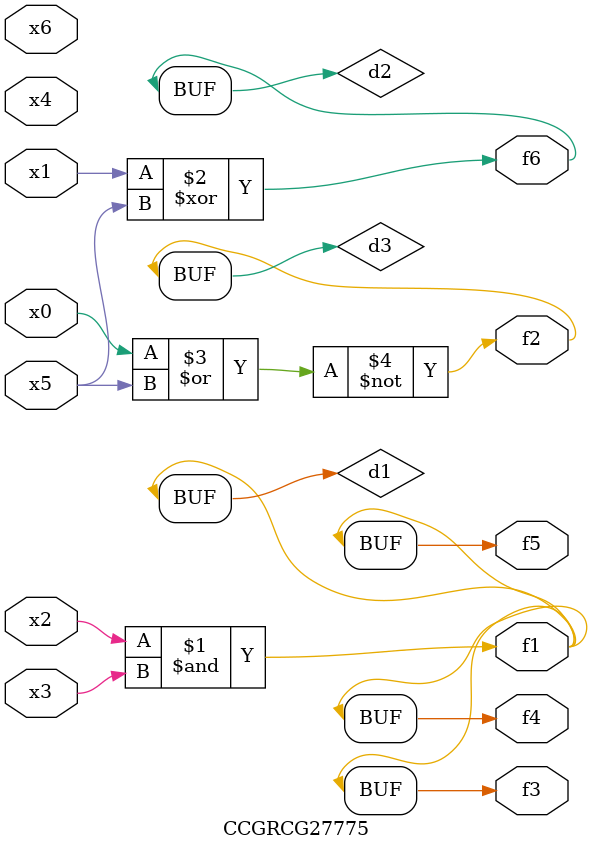
<source format=v>
module CCGRCG27775(
	input x0, x1, x2, x3, x4, x5, x6,
	output f1, f2, f3, f4, f5, f6
);

	wire d1, d2, d3;

	and (d1, x2, x3);
	xor (d2, x1, x5);
	nor (d3, x0, x5);
	assign f1 = d1;
	assign f2 = d3;
	assign f3 = d1;
	assign f4 = d1;
	assign f5 = d1;
	assign f6 = d2;
endmodule

</source>
